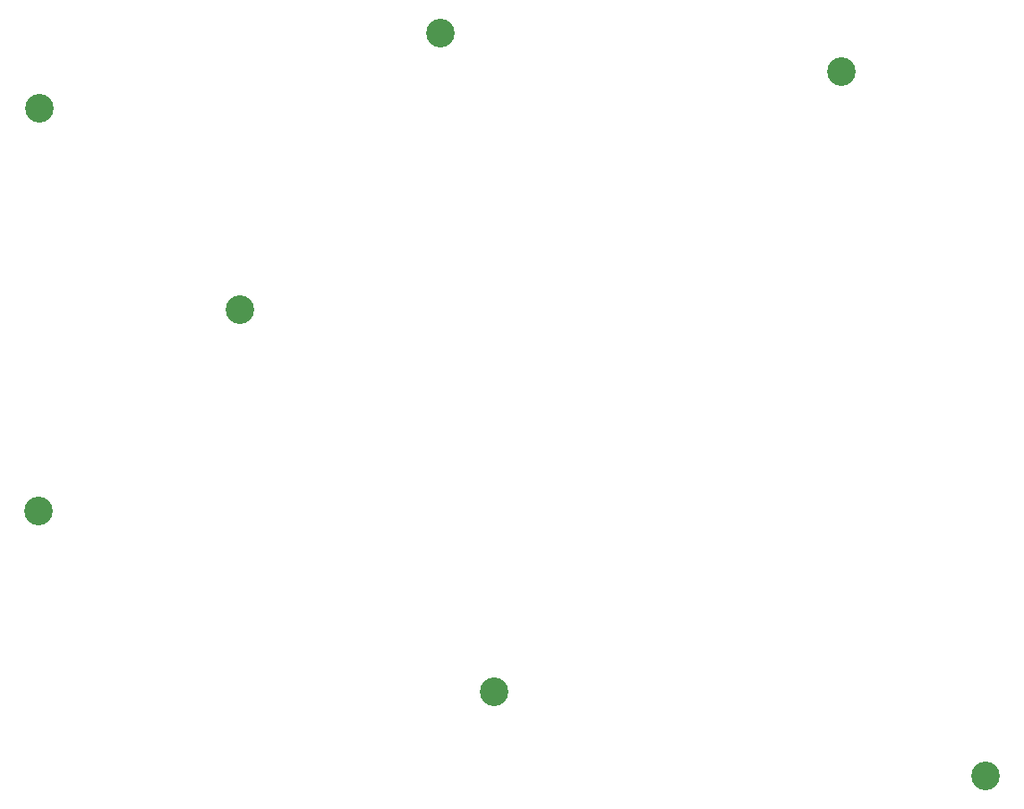
<source format=gbs>
G04 #@! TF.GenerationSoftware,KiCad,Pcbnew,8.0.5*
G04 #@! TF.CreationDate,2024-10-13T19:50:48+02:00*
G04 #@! TF.ProjectId,corne-backplate,636f726e-652d-4626-9163-6b706c617465,2.0*
G04 #@! TF.SameCoordinates,Original*
G04 #@! TF.FileFunction,Soldermask,Bot*
G04 #@! TF.FilePolarity,Negative*
%FSLAX46Y46*%
G04 Gerber Fmt 4.6, Leading zero omitted, Abs format (unit mm)*
G04 Created by KiCad (PCBNEW 8.0.5) date 2024-10-13 19:50:48*
%MOMM*%
%LPD*%
G01*
G04 APERTURE LIST*
%ADD10C,2.700000*%
G04 APERTURE END LIST*
D10*
X31462500Y-93495000D03*
X74512500Y-110645000D03*
X69462500Y-48345000D03*
X120986568Y-118537904D03*
X31512500Y-55445000D03*
X107412500Y-51945000D03*
X69462500Y-48345000D03*
X50512500Y-74445000D03*
X69462500Y-48345000D03*
X31462500Y-93495000D03*
X31462500Y-93495000D03*
X74512500Y-110645000D03*
X107412500Y-51945000D03*
X50512500Y-74445000D03*
X31462500Y-93495000D03*
X31512500Y-55445000D03*
X120986568Y-118537904D03*
X69462500Y-48345000D03*
M02*

</source>
